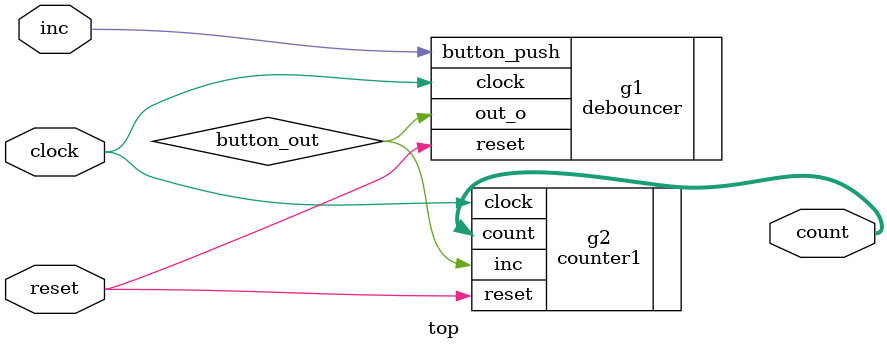
<source format=v>
`timescale 1ns / 1ps


module top(
input clock,
input reset,
input inc,
output [7:0] count);


wire button_out;

debouncer g1(.clock(clock),.reset(reset),.button_push(inc),.out_o(button_out));

counter1 g2(.clock(clock),.reset(reset),.inc(button_out),.count(count));

endmodule

</source>
